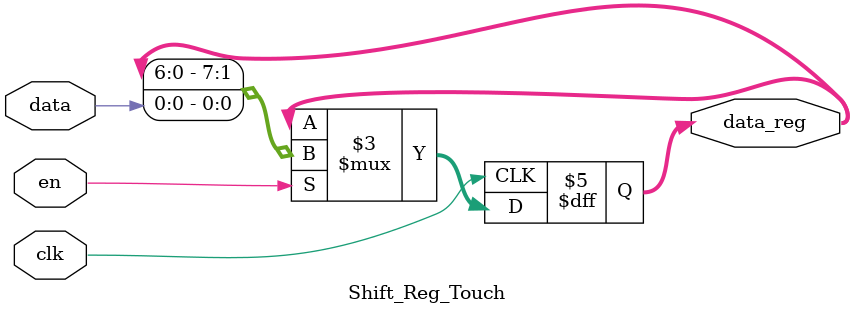
<source format=v>
module Shift_Reg_Touch (
	input wire en, data, clk,
	output reg [7:0] data_reg);
	
	always @ (negedge clk)	// uses negedge of the keyboard clock
	begin
		if (en)	// enable signal from the State_Machine module
			data_reg = {data_reg [6:0], data};	// when enabled, shift in the data, starting with the LSB
		else
			data_reg = data_reg;	// otherwise keep it the same
	end
endmodule

</source>
